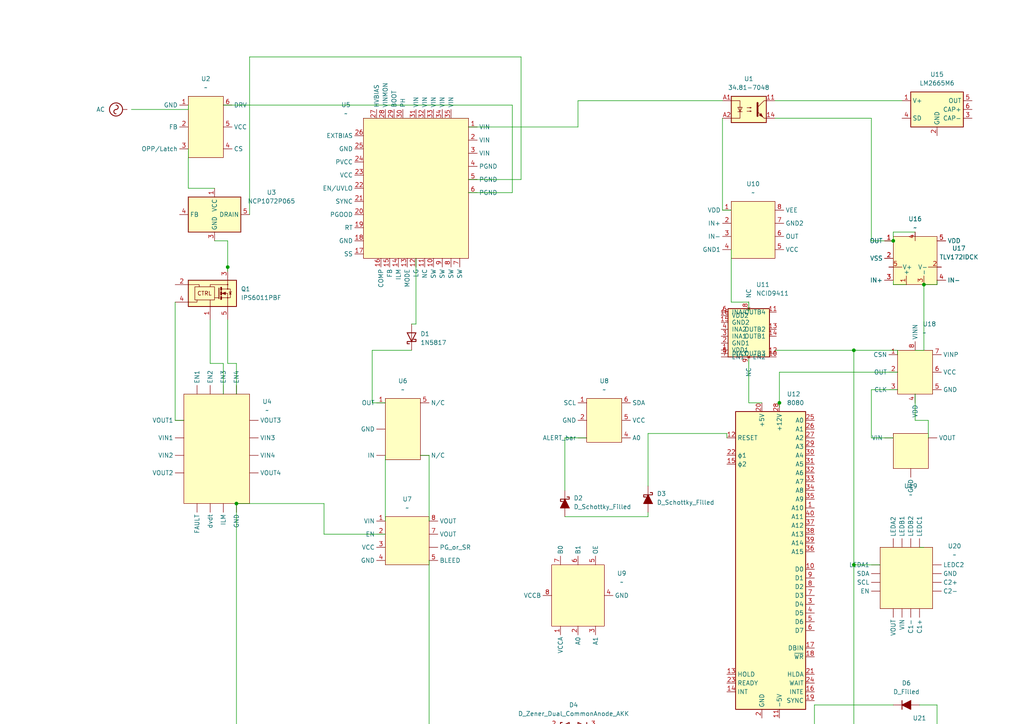
<source format=kicad_sch>
(kicad_sch (version 20250114) (generator "eeschema") (generator_version "9.0")
  (paper "A4")
  (lib_symbols
    (symbol "Amplifier_Operational:TLV172IDCK" (pin_names (offset 0.127))
      (property "Reference" "U" (at 7.62 2.54 0))
      (property "Value" "TLV172IDCK" (at 11.43 -2.54 0))
      (symbol "TLV172IDCK_1_1"
        (pin input line (at -5.08 2.54 0) (length 2.54) (name "+") (number "1"))
        (pin input line (at -5.08 -2.54 0) (length 2.54) (name "-") (number "3"))
        (pin power_in line (at 0 7.62 270) (length 3.81) (name "V+") (number "5"))
        (pin power_in line (at 0 -7.62 90) (length 3.81) (name "V-") (number "2"))
        (pin output line (at 10.16 0 180) (length 2.54) (name "~") (number "4"))
      )
    )
    (symbol "Cobot_components:CAT3626"
      (property "Reference" "U" (at 0 0 0))
      (symbol "CAT3626_1_1"
        (pin input line (at -7.62 -15.24 180) (length 2.54) (name "LEDA1") (number ""))
        (pin input line (at -7.62 -17.78 180) (length 2.54) (name "SDA") (number ""))
        (pin input line (at -7.62 -20.32 180) (length 2.54) (name "SCL") (number ""))
        (pin input line (at -7.62 -22.86 180) (length 2.54) (name "EN") (number ""))
        (pin input line (at -3.81 -10.16 90) (length 2.54) (name "LEDA2") (number ""))
        (pin input line (at -3.81 -27.94 270) (length 2.54) (name "VOUT") (number ""))
        (pin input line (at -1.27 -10.16 90) (length 2.54) (name "LEDB1") (number ""))
        (pin input line (at -1.27 -27.94 270) (length 2.54) (name "VIN") (number ""))
        (pin input line (at 1.27 -10.16 90) (length 2.54) (name "LEDB2") (number ""))
        (pin input line (at 1.27 -27.94 270) (length 2.54) (name "C1-") (number ""))
        (pin input line (at 3.81 -10.16 90) (length 2.54) (name "LEDC1") (number ""))
        (pin input line (at 3.81 -27.94 270) (length 2.54) (name "C1+") (number ""))
        (pin input line (at 7.62 -15.24 0) (length 2.54) (name "LEDC2") (number ""))
        (pin input line (at 7.62 -17.78 0) (length 2.54) (name "GND") (number ""))
        (pin input line (at 7.62 -20.32 0) (length 2.54) (name "C2+") (number ""))
        (pin input line (at 7.62 -22.86 0) (length 2.54) (name "C2-") (number ""))
      )
    )
    (symbol "Cobot_components:NCP51752"
      (property "Reference" "U" (at 0 0 0))
      (symbol "NCP51752_1_1"
        (pin input line (at -6.35 -6.35 180) (length 2.54) (name "VDD") (number "1"))
        (pin input line (at -6.35 -10.16 180) (length 2.54) (name "IN+") (number "2"))
        (pin input line (at -6.35 -13.97 180) (length 2.54) (name "IN-") (number "3"))
        (pin input line (at -6.35 -17.78 180) (length 2.54) (name "GND1") (number "4"))
        (pin input line (at 6.35 -6.35 0) (length 2.54) (name "VEE") (number "8"))
        (pin input line (at 6.35 -10.16 0) (length 2.54) (name "GND2") (number "7"))
        (pin input line (at 6.35 -13.97 0) (length 2.54) (name "OUT") (number "6"))
        (pin input line (at 6.35 -17.78 0) (length 2.54) (name "VCC") (number "5"))
      )
    )
    (symbol "Cobot_components:NIS3071"
      (property "Reference" "U" (at 0 0 0))
      (symbol "NIS3071_1_1"
        (pin input line (at -10.16 -25.4 180) (length 2.54) (name "VOUT1") (number ""))
        (pin input line (at -10.16 -30.48 180) (length 2.54) (name "VIN1") (number ""))
        (pin input line (at -10.16 -35.56 180) (length 2.54) (name "VIN2") (number ""))
        (pin input line (at -10.16 -40.64 180) (length 2.54) (name "VOUT2") (number ""))
        (pin input line (at -6.35 -17.78 90) (length 2.54) (name "EN1") (number ""))
        (pin input line (at -6.35 -49.53 270) (length 2.54) (name "FAULT") (number ""))
        (pin input line (at -2.54 -17.78 90) (length 2.54) (name "EN2") (number ""))
        (pin input line (at -2.54 -49.53 270) (length 2.54) (name "dvdt") (number ""))
        (pin input line (at 1.27 -17.78 90) (length 2.54) (name "EN3") (number ""))
        (pin input line (at 1.27 -49.53 270) (length 2.54) (name "ILM") (number ""))
        (pin input line (at 5.08 -17.78 90) (length 2.54) (name "EN4") (number ""))
        (pin input line (at 5.08 -49.53 270) (length 2.54) (name "GND") (number ""))
        (pin input line (at 8.89 -25.4 0) (length 2.54) (name "VOUT3") (number ""))
        (pin input line (at 8.89 -30.48 0) (length 2.54) (name "VIN3") (number ""))
        (pin input line (at 8.89 -35.56 0) (length 2.54) (name "VIN4") (number ""))
        (pin input line (at 8.89 -40.64 0) (length 2.54) (name "VOUT4") (number ""))
      )
    )
    (symbol "Device:C" (pin_numbers (hide yes)) (pin_names (offset 0.254))
      (property "Reference" "C" (at 0.635 2.54 0))
      (property "Value" "C" (at 0.635 -2.54 0))
      (symbol "C_1_1"
        (pin passive line (at 0 3.81 270) (length 2.794) (name "~") (number "1"))
        (pin passive line (at 0 -3.81 90) (length 2.794) (name "~") (number "2"))
      )
    )
    (symbol "Device:D_Filled" (pin_numbers (hide yes)) (pin_names (offset 1.016) (hide yes))
      (property "Reference" "D" (at 0 2.54 0))
      (property "Value" "D_Filled" (at 0 -2.54 0))
      (symbol "D_Filled_1_1"
        (pin passive line (at -3.81 0 0) (length 2.54) (name "K") (number "1"))
        (pin passive line (at 3.81 0 180) (length 2.54) (name "A") (number "2"))
      )
    )
    (symbol "Device:D_Schottky_Filled" (pin_numbers (hide yes)) (pin_names (offset 1.016) (hide yes))
      (property "Reference" "D" (at 0 2.54 0))
      (property "Value" "D_Schottky_Filled" (at 0 -2.54 0))
      (symbol "D_Schottky_Filled_1_1"
        (pin passive line (at -3.81 0 0) (length 2.54) (name "K") (number "1"))
        (pin passive line (at 3.81 0 180) (length 2.54) (name "A") (number "2"))
      )
    )
    (symbol "Device:D_Zener_Dual_CommonAnode_AKK" (pin_names (offset 0.762) (hide yes))
      (property "Reference" "D" (at 1.27 -2.54 0))
      (property "Value" "D_Zener_Dual_CommonAnode_AKK" (at 0 2.54 0))
      (symbol "D_Zener_Dual_CommonAnode_AKK_0_1"
        (pin passive line (at -7.62 0 0) (length 3.81) (name "K") (number "2"))
        (pin passive line (at 0 -5.08 90) (length 2.54) (name "A") (number "1"))
        (pin passive line (at 7.62 0 180) (length 3.81) (name "K") (number "3"))
      )
    )
    (symbol "Device:R_US" (pin_numbers (hide yes)) (pin_names (offset 0))
      (property "Reference" "R" (at 2.54 0 90))
      (property "Value" "R_US" (at -2.54 0 90))
      (symbol "R_US_1_1"
        (pin passive line (at 0 3.81 270) (length 1.27) (name "~") (number "1"))
        (pin passive line (at 0 -3.81 90) (length 1.27) (name "~") (number "2"))
      )
    )
    (symbol "Diode:1N5817" (pin_numbers (hide yes)) (pin_names (offset 1.016) (hide yes))
      (property "Reference" "D" (at 0 2.54 0))
      (property "Value" "1N5817" (at 0 -2.54 0))
      (symbol "1N5817_1_1"
        (pin passive line (at -3.81 0 0) (length 2.54) (name "K") (number "1"))
        (pin passive line (at 3.81 0 180) (length 2.54) (name "A") (number "2"))
      )
    )
    (symbol "MCU_Intel:8080"
      (property "Reference" "U" (at -7.62 44.45 0))
      (property "Value" "8080" (at 7.62 44.45 0))
      (symbol "8080_1_1"
        (pin input line (at -12.7 35.56 0) (length 2.54) (name "RESET") (number "12"))
        (pin input line (at -12.7 30.48 0) (length 2.54) (name "ϕ1") (number "22"))
        (pin input line (at -12.7 27.94 0) (length 2.54) (name "ϕ2") (number "15"))
        (pin input line (at -12.7 -33.02 0) (length 2.54) (name "HOLD") (number "13"))
        (pin input line (at -12.7 -35.56 0) (length 2.54) (name "READY") (number "23"))
        (pin input line (at -12.7 -38.1 0) (length 2.54) (name "INT") (number "14"))
        (pin power_in line (at -2.54 45.72 270) (length 2.54) (name "+5V") (number "20"))
        (pin power_in line (at -2.54 -45.72 90) (length 2.54) (name "GND") (number "2"))
        (pin power_in line (at 2.54 45.72 270) (length 2.54) (name "+12V") (number "28"))
        (pin power_in line (at 2.54 -45.72 90) (length 2.54) (name "-5V") (number "11"))
        (pin output line (at 12.7 40.64 180) (length 2.54) (name "A0") (number "25"))
        (pin output line (at 12.7 38.1 180) (length 2.54) (name "A1") (number "26"))
        (pin output line (at 12.7 35.56 180) (length 2.54) (name "A2") (number "27"))
        (pin output line (at 12.7 33.02 180) (length 2.54) (name "A3") (number "29"))
        (pin output line (at 12.7 30.48 180) (length 2.54) (name "A4") (number "30"))
        (pin output line (at 12.7 27.94 180) (length 2.54) (name "A5") (number "31"))
        (pin output line (at 12.7 25.4 180) (length 2.54) (name "A6") (number "32"))
        (pin output line (at 12.7 22.86 180) (length 2.54) (name "A7") (number "33"))
        (pin output line (at 12.7 20.32 180) (length 2.54) (name "A8") (number "34"))
        (pin output line (at 12.7 17.78 180) (length 2.54) (name "A9") (number "35"))
        (pin output line (at 12.7 15.24 180) (length 2.54) (name "A10") (number "1"))
        (pin output line (at 12.7 12.7 180) (length 2.54) (name "A11") (number "40"))
        (pin output line (at 12.7 10.16 180) (length 2.54) (name "A12") (number "37"))
        (pin output line (at 12.7 7.62 180) (length 2.54) (name "A13") (number "38"))
        (pin output line (at 12.7 5.08 180) (length 2.54) (name "A14") (number "39"))
        (pin output line (at 12.7 2.54 180) (length 2.54) (name "A15") (number "36"))
        (pin bidirectional line (at 12.7 -2.54 180) (length 2.54) (name "D0") (number "10"))
        (pin bidirectional line (at 12.7 -5.08 180) (length 2.54) (name "D1") (number "9"))
        (pin bidirectional line (at 12.7 -7.62 180) (length 2.54) (name "D2") (number "8"))
        (pin bidirectional line (at 12.7 -10.16 180) (length 2.54) (name "D3") (number "7"))
        (pin bidirectional line (at 12.7 -12.7 180) (length 2.54) (name "D4") (number "3"))
        (pin bidirectional line (at 12.7 -15.24 180) (length 2.54) (name "D5") (number "4"))
        (pin bidirectional line (at 12.7 -17.78 180) (length 2.54) (name "D6") (number "5"))
        (pin bidirectional line (at 12.7 -20.32 180) (length 2.54) (name "D7") (number "6"))
        (pin output line (at 12.7 -25.4 180) (length 2.54) (name "DBIN") (number "17"))
        (pin output line (at 12.7 -27.94 180) (length 2.54) (name "~{WR}") (number "18"))
        (pin output line (at 12.7 -33.02 180) (length 2.54) (name "HLDA") (number "21"))
        (pin output line (at 12.7 -35.56 180) (length 2.54) (name "WAIT") (number "24"))
        (pin output line (at 12.7 -38.1 180) (length 2.54) (name "INTE") (number "16"))
        (pin output line (at 12.7 -40.64 180) (length 2.54) (name "SYNC") (number "19"))
      )
    )
    (symbol "Power_Management:IPS6011PBF" (pin_names (offset 0) (hide yes))
      (property "Reference" "Q" (at 8.255 2.54 0))
      (property "Value" "IPS6011PBF" (at 8.255 0 0))
      (symbol "IPS6011PBF_0_0"
        (text "CTRL" (at -1.651 0 0) (effects (font (size 1.143 1.143))))
      )
      (symbol "IPS6011PBF_1_1"
        (pin input line (at -10.16 2.54 0) (length 3.81) (name "IN") (number "2"))
        (pin bidirectional line (at -10.16 -2.54 0) (length 3.81) (name "DG") (number "4"))
        (pin power_in line (at 0 -7.62 90) (length 3.81) (name "GND") (number "1"))
        (pin power_in line (at 5.08 7.62 270) (length 3.81) (name "VCC") (number "3"))
        (pin output line (at 5.08 -7.62 90) (length 3.81) (name "OUT") (number "5"))
      )
    )
    (symbol "Regulator_SwitchedCapacitor:LM2665M6"
      (property "Reference" "U" (at -6.35 6.35 0))
      (property "Value" "LM2665M6" (at 1.27 6.35 0))
      (symbol "LM2665M6_1_1"
        (pin passive line (at -10.16 2.54 0) (length 2.54) (name "V+") (number "1"))
        (pin input line (at -10.16 -2.54 0) (length 2.54) (name "SD") (number "4"))
        (pin power_in line (at 0 -7.62 90) (length 2.54) (name "GND") (number "2"))
        (pin passive line (at 10.16 2.54 180) (length 2.54) (name "OUT") (number "5"))
        (pin passive line (at 10.16 0 180) (length 2.54) (name "CAP+") (number "6"))
        (pin passive line (at 10.16 -2.54 180) (length 2.54) (name "CAP-") (number "3"))
      )
    )
    (symbol "Regulator_Switching:NCP1072P065"
      (property "Reference" "U" (at -7.62 6.35 0))
      (property "Value" "NCP1072P065" (at 1.27 6.35 0))
      (symbol "NCP1072P065_1_1"
        (pin input line (at -10.16 0 0) (length 2.54) (name "FB") (number "4"))
        (pin no_connect line (at -7.62 2.54 0) (length 2.54) (hide yes) (name "NC") (number "2"))
        (pin power_in line (at 0 7.62 270) (length 2.54) (name "VCC") (number "1"))
        (pin power_in line (at 0 -7.62 90) (length 2.54) (name "GND") (number "3"))
        (pin passive line (at 0 -7.62 90) (length 2.54) (hide yes) (name "GND") (number "7"))
        (pin passive line (at 0 -7.62 90) (length 2.54) (hide yes) (name "GND") (number "8"))
        (pin open_collector line (at 10.16 0 180) (length 2.54) (name "DRAIN") (number "5"))
      )
    )
    (symbol "Relay_SolidState:34.81-7048"
      (property "Reference" "U" (at -5.08 5.08 0))
      (property "Value" "34.81-7048" (at 0 5.08 0))
      (symbol "34.81-7048_1_1"
        (pin passive line (at -7.62 2.54 0) (length 2.54) (name "~") (number "A1"))
        (pin passive line (at -7.62 -2.54 0) (length 2.54) (name "~") (number "A2"))
        (pin passive line (at 7.62 2.54 180) (length 2.54) (name "~") (number "11"))
        (pin passive line (at 7.62 -2.54 180) (length 2.54) (name "~") (number "14"))
      )
    )
    (symbol "icepowertrain_components:NCV-RSL15"
      (property "Reference" "U" (at 0 0 0))
      (symbol "NCV-RSL15_1_1"
        (pin input line (at -24.13 -11.43 180) (length 2.54) (name "XTAL32K_IN") (number "1"))
        (pin input line (at -24.13 -15.24 180) (length 2.54) (name "XTAL32K_OUT") (number "2"))
        (pin input line (at -24.13 -19.05 180) (length 2.54) (name "NRESET") (number "3"))
        (pin input line (at -24.13 -22.86 180) (length 2.54) (name "VPP") (number "4"))
        (pin input line (at -24.13 -26.67 180) (length 2.54) (name "VSSD") (number "5"))
        (pin input line (at -24.13 -30.48 180) (length 2.54) (name "RES") (number "6"))
        (pin input line (at -24.13 -34.29 180) (length 2.54) (name "GPIO[0]") (number "7"))
        (pin input line (at -24.13 -38.1 180) (length 2.54) (name "GPIO[1]") (number "8"))
        (pin input line (at -24.13 -41.91 180) (length 2.54) (name "GPIO[9]") (number "9"))
        (pin input line (at -24.13 -45.72 180) (length 2.54) (name "GPIO[10]") (number "10"))
        (pin input line (at -19.05 -50.8 270) (length 2.54) (name "GPIO[2]") (number "11"))
        (pin input line (at -17.78 -6.35 90) (length 2.54) (name "VSSA") (number "40"))
        (pin input line (at -15.24 -50.8 270) (length 2.54) (name "GPIO[3]") (number "12"))
        (pin input line (at -13.97 -6.35 90) (length 2.54) (name "VBAT") (number "39"))
        (pin input line (at -11.43 -50.8 270) (length 2.54) (name "GPIO[4]") (number "13"))
        (pin input line (at -10.16 -6.35 90) (length 2.54) (name "VDC") (number "38"))
        (pin input line (at -7.62 -50.8 270) (length 2.54) (name "GPIO[11]") (number "14"))
        (pin input line (at -6.35 -6.35 90) (length 2.54) (name "VCC") (number "37"))
        (pin input line (at -3.81 -50.8 270) (length 2.54) (name "GPIO[15]") (number "15"))
        (pin input line (at -2.54 -6.35 90) (length 2.54) (name "VDDA") (number "36"))
        (pin input line (at 1.27 -6.35 90) (length 2.54) (name "CAP0") (number "35"))
        (pin input line (at 1.27 -50.8 270) (length 2.54) (name "GPIO[12]") (number "16"))
        (pin input line (at 5.08 -6.35 90) (length 2.54) (name "CAP1") (number "34"))
        (pin input line (at 6.35 -50.8 270) (length 2.54) (name "GPIO[16]") (number "17"))
        (pin input line (at 8.89 -6.35 90) (length 2.54) (name "VDDFLASH") (number "33"))
        (pin input line (at 11.43 -50.8 270) (length 2.54) (name "GPIO[13]") (number "18"))
        (pin input line (at 12.7 -6.35 90) (length 2.54) (name "VSSPA") (number "32"))
        (pin input line (at 15.24 -50.8 270) (length 2.54) (name "GPIO[7]") (number "19"))
        (pin input line (at 16.51 -6.35 90) (length 2.54) (name "RF") (number "31"))
        (pin input line (at 19.05 -50.8 270) (length 2.54) (name "GPIO[8]") (number "20"))
        (pin input line (at 24.13 -11.43 0) (length 2.54) (name "VSSRF") (number "30"))
        (pin input line (at 24.13 -15.24 0) (length 2.54) (name "VDDRF") (number "29"))
        (pin input line (at 24.13 -19.05 0) (length 2.54) (name "XTAL48M_OUT") (number "28"))
        (pin input line (at 24.13 -22.86 0) (length 2.54) (name "VSUB") (number "27"))
        (pin input line (at 24.13 -26.67 0) (length 2.54) (name "XTAL48M_IN") (number "26"))
        (pin input line (at 24.13 -30.48 0) (length 2.54) (name "SHLD") (number "25"))
        (pin input line (at 24.13 -34.29 0) (length 2.54) (name "SWCLK") (number "24"))
        (pin input line (at 24.13 -38.1 0) (length 2.54) (name "SWDIO") (number "23"))
        (pin input line (at 24.13 -41.91 0) (length 2.54) (name "VDDO") (number "22"))
        (pin input line (at 24.13 -45.72 0) (length 2.54) (name "GPIO[14]") (number "21"))
      )
    )
    (symbol "led_lighting_components:ESDONCAN1LT" (pin_names (offset 1.016))
      (property "Reference" "D" (at 0 0 0))
      (property "Value" "ESDONCAN1LT" (at 0 -3 0))
      (symbol "ESDONCAN1LT_0_1"
        (pin passive line (at -4 0 0) (length 1.5) (name "K1") (number "1"))
        (pin passive line (at 0 -4 90) (length 1.5) (name "K3") (number "3"))
        (pin passive line (at 4 0 180) (length 1.5) (name "K2") (number "2"))
      )
    )
    (symbol "led_lighting_components:NCID9411" (pin_names (offset 1.016))
      (property "Reference" "U" (at 0 0 0))
      (property "Value" "NCID9411" (at 0 -5 0))
      (symbol "NCID9411_0_1"
        (pin input line (at -8 6 0) (length 2) (name "INA4") (number "6"))
        (pin power_in line (at -8 5 0) (length 2) (name "VDD2") (number "16"))
        (pin power_in line (at -8 3 0) (length 2) (name "GND2") (number "15"))
        (pin input line (at -8 1 0) (length 2) (name "INA2") (number "4"))
        (pin input line (at -8 -1 0) (length 2) (name "INA1") (number "3"))
        (pin power_in line (at -8 -3 0) (length 2) (name "GND1") (number "2"))
        (pin power_in line (at -8 -5 0) (length 2) (name "VDD1") (number "1"))
        (pin input line (at -8 -6 0) (length 2) (name "INA3") (number "5"))
        (pin input line (at -8 -7 0) (length 2) (name "EN1") (number "7"))
        (pin no_connect line (at 0 7 90) (length 2) (name "NC") (number "8"))
        (pin no_connect line (at 0 -7 270) (length 2) (name "NC") (number "9"))
        (pin output line (at 8 6 180) (length 2) (name "OUTB4") (number "11"))
        (pin output line (at 8 1 180) (length 2) (name "OUTB2") (number "13"))
        (pin output line (at 8 -1 180) (length 2) (name "OUTB1") (number "14"))
        (pin output line (at 8 -6 180) (length 2) (name "OUTB3") (number "12"))
        (pin input line (at 8 -7 180) (length 2) (name "EN2") (number "10"))
      )
    )
    (symbol "power:AC" (power) (pin_numbers (hide yes)) (pin_names (offset 0) (hide yes))
      (property "Value" "AC" (at 0 6.35 0))
      (symbol "AC_1_1"
        (pin power_in line (at 0 0 90) (length 0) (name "~") (number "1"))
      )
    )
    (symbol "power:GND" (power) (pin_numbers (hide yes)) (pin_names (offset 0) (hide yes))
      (property "Value" "GND" (at 0 -3.81 0))
      (symbol "GND_1_1"
        (pin power_in line (at 0 0 270) (length 0) (name "~") (number "1"))
      )
    )
    (symbol "sscb_components:CAT24C512"
      (property "Reference" "U" (at 0 0 0))
      (symbol "CAT24C512_1_1"
        (pin input line (at -5.08 -3.81 180) (length 2.54) (name "A0") (number ""))
        (pin input line (at -5.08 -6.35 180) (length 2.54) (name "A1") (number ""))
        (pin input line (at -5.08 -8.89 180) (length 2.54) (name "A2") (number ""))
        (pin input line (at -5.08 -11.43 180) (length 2.54) (name "VSS") (number ""))
        (pin input line (at 5.08 -3.81 0) (length 2.54) (name "VCC") (number ""))
        (pin input line (at 5.08 -6.35 0) (length 2.54) (name "WP") (number ""))
        (pin input line (at 5.08 -8.89 0) (length 2.54) (name "SCL") (number ""))
        (pin input line (at 5.08 -11.43 0) (length 2.54) (name "SDA") (number ""))
      )
    )
    (symbol "sscb_components:CAT5171"
      (property "Reference" "U" (at 0 0 0))
      (symbol "CAT5171_1_1"
        (pin input line (at -5.08 -5.08 180) (length 2.54) (name "W") (number "1"))
        (pin input line (at -5.08 -8.89 180) (length 2.54) (name "VDD") (number ""))
        (pin input line (at -5.08 -12.7 180) (length 2.54) (name "GND") (number ""))
        (pin input line (at -5.08 -16.51 180) (length 2.54) (name "SCL") (number ""))
        (pin input line (at 5.08 -5.08 0) (length 2.54) (name "A") (number ""))
        (pin input line (at 5.08 -8.89 0) (length 2.54) (name "B") (number ""))
        (pin input line (at 5.08 -12.7 0) (length 2.54) (name "AD0") (number ""))
        (pin input line (at 5.08 -16.51 0) (length 2.54) (name "SDA") (number ""))
      )
    )
    (symbol "sscb_components:CAT9555"
      (property "Reference" "U" (at 0 0 0))
      (symbol "CAT9555_1_1"
        (pin input line (at -5.08 -3.81 180) (length 2.54) (name "INT_bar") (number "1"))
        (pin input line (at -5.08 -6.35 180) (length 2.54) (name "A1") (number ""))
        (pin input line (at -5.08 -8.89 180) (length 2.54) (name "A2") (number ""))
        (pin input line (at -5.08 -11.43 180) (length 2.54) (name "I/O0.0") (number ""))
        (pin input line (at -5.08 -13.97 180) (length 2.54) (name "I/O0.1") (number ""))
        (pin input line (at -5.08 -16.51 180) (length 2.54) (name "I/O0.2") (number ""))
        (pin input line (at -5.08 -19.05 180) (length 2.54) (name "I/O0.3") (number ""))
        (pin input line (at -5.08 -21.59 180) (length 2.54) (name "I/O0.4") (number ""))
        (pin input line (at -5.08 -24.13 180) (length 2.54) (name "I/O0.5") (number ""))
        (pin input line (at -5.08 -26.67 180) (length 2.54) (name "I/O0.6") (number ""))
        (pin input line (at -5.08 -29.21 180) (length 2.54) (name "I/O0.7") (number ""))
        (pin input line (at -5.08 -31.75 180) (length 2.54) (name "VSS") (number ""))
        (pin input line (at 5.08 -3.81 0) (length 2.54) (name "VCC") (number ""))
        (pin input line (at 5.08 -6.35 0) (length 2.54) (name "SDA") (number ""))
        (pin input line (at 5.08 -8.89 0) (length 2.54) (name "SCL") (number ""))
        (pin input line (at 5.08 -11.43 0) (length 2.54) (name "A0") (number ""))
        (pin input line (at 5.08 -13.97 0) (length 2.54) (name "I/O1.7") (number ""))
        (pin input line (at 5.08 -16.51 0) (length 2.54) (name "I/O1.6") (number ""))
        (pin input line (at 5.08 -19.05 0) (length 2.54) (name "I/O1.5") (number ""))
        (pin input line (at 5.08 -21.59 0) (length 2.54) (name "I/O1.4") (number ""))
        (pin input line (at 5.08 -24.13 0) (length 2.54) (name "I/O1.3") (number ""))
        (pin input line (at 5.08 -26.67 0) (length 2.54) (name "I/O1.2") (number ""))
        (pin input line (at 5.08 -29.21 0) (length 2.54) (name "I/O1.1") (number ""))
        (pin input line (at 5.08 -31.75 0) (length 2.54) (name "I/O1.0") (number ""))
      )
    )
    (symbol "sscb_components:FAN65008B"
      (property "Reference" "U" (at 0 0 0))
      (symbol "FAN65008B_1_1"
        (pin input line (at -15.24 -15.24 180) (length 2.54) (name "EXTBIAS") (number "26"))
        (pin input line (at -15.24 -19.05 180) (length 2.54) (name "GND") (number "25"))
        (pin input line (at -15.24 -22.86 180) (length 2.54) (name "PVCC") (number "24"))
        (pin input line (at -15.24 -26.67 180) (length 2.54) (name "VCC") (number "23"))
        (pin input line (at -15.24 -30.48 180) (length 2.54) (name "EN/UVLO") (number "22"))
        (pin input line (at -15.24 -34.29 180) (length 2.54) (name "SYNC") (number "21"))
        (pin input line (at -15.24 -38.1 180) (length 2.54) (name "PGOOD") (number "20"))
        (pin input line (at -15.24 -41.91 180) (length 2.54) (name "RT") (number "19"))
        (pin input line (at -15.24 -45.72 180) (length 2.54) (name "GND") (number "18"))
        (pin input line (at -15.24 -49.53 180) (length 2.54) (name "SS") (number "17"))
        (pin input line (at -11.43 -10.16 90) (length 2.54) (name "HVBIAS") (number "27"))
        (pin input line (at -10.16 -50.8 270) (length 2.54) (name "COMP") (number "16"))
        (pin input line (at -8.89 -10.16 90) (length 2.54) (name "VINMON") (number "28"))
        (pin input line (at -7.62 -50.8 270) (length 2.54) (name "FB") (number "15"))
        (pin input line (at -6.35 -10.16 90) (length 2.54) (name "BOOT") (number "29"))
        (pin input line (at -5.08 -50.8 270) (length 2.54) (name "ILM") (number "14"))
        (pin input line (at -3.81 -10.16 90) (length 2.54) (name "PH") (number "30"))
        (pin input line (at -2.54 -50.8 270) (length 2.54) (name "MODE") (number "13"))
        (pin input line (at 0 -10.16 90) (length 2.54) (name "VIN") (number "31"))
        (pin input line (at 0 -50.8 270) (length 2.54) (name "LG") (number "12"))
        (pin input line (at 2.54 -10.16 90) (length 2.54) (name "VIN") (number "32"))
        (pin input line (at 2.54 -50.8 270) (length 2.54) (name "NC") (number "11"))
        (pin input line (at 5.08 -10.16 90) (length 2.54) (name "VIN") (number "33"))
        (pin input line (at 5.08 -50.8 270) (length 2.54) (name "SW") (number "10"))
        (pin input line (at 7.62 -10.16 90) (length 2.54) (name "VIN") (number "34"))
        (pin input line (at 7.62 -50.8 270) (length 2.54) (name "SW") (number "9"))
        (pin input line (at 10.16 -10.16 90) (length 2.54) (name "VIN") (number "35"))
        (pin input line (at 10.16 -50.8 270) (length 2.54) (name "SW") (number "8"))
        (pin input line (at 12.7 -50.8 270) (length 2.54) (name "SW") (number "7"))
        (pin input line (at 15.24 -12.7 0) (length 2.54) (name "VIN") (number "1"))
        (pin input line (at 15.24 -16.51 0) (length 2.54) (name "VIN") (number "2"))
        (pin input line (at 15.24 -20.32 0) (length 2.54) (name "VIN") (number "3"))
        (pin input line (at 15.24 -24.13 0) (length 2.54) (name "PGND") (number "4"))
        (pin input line (at 15.24 -27.94 0) (length 2.54) (name "PGND") (number "5"))
        (pin input line (at 15.24 -31.75 0) (length 2.54) (name "PGND") (number "6"))
      )
    )
    (symbol "sscb_components:FXMA2102"
      (property "Reference" "U" (at 0 0 0))
      (symbol "FXMA2102_1_1"
        (pin input line (at -7.62 -16.51 180) (length 2.54) (name "VCCB") (number "8"))
        (pin input line (at -5.08 -7.62 90) (length 2.54) (name "B0") (number "7"))
        (pin input line (at -5.08 -25.4 270) (length 2.54) (name "VCCA") (number "1"))
        (pin input line (at 0 -7.62 90) (length 2.54) (name "B1") (number "6"))
        (pin input line (at 0 -25.4 270) (length 2.54) (name "A0") (number "2"))
        (pin input line (at 5.08 -7.62 90) (length 2.54) (name "OE") (number "5"))
        (pin input line (at 5.08 -25.4 270) (length 2.54) (name "A1") (number "3"))
        (pin input line (at 7.62 -16.51 0) (length 2.54) (name "GND") (number "4"))
      )
    )
    (symbol "sscb_components:N34TS108"
      (property "Reference" "U" (at 0 0 0))
      (symbol "N34TS108_1_1"
        (pin input line (at -5.08 -3.81 180) (length 2.54) (name "SCL") (number "1"))
        (pin input line (at -5.08 -8.89 180) (length 2.54) (name "GND") (number "2"))
        (pin input line (at -5.08 -13.97 180) (length 2.54) (name "ALERT_bar") (number ""))
        (pin input line (at 5.08 -3.81 0) (length 2.54) (name "SDA") (number "6"))
        (pin input line (at 5.08 -8.89 0) (length 2.54) (name "VCC") (number "5"))
        (pin input line (at 5.08 -13.97 0) (length 2.54) (name "A0") (number "4"))
      )
    )
    (symbol "sscb_components:NC7SZ57"
      (property "Reference" "U" (at 0 0 0))
      (symbol "NC7SZ57_1_1"
        (pin input line (at -5.08 -3.81 180) (length 2.54) (name "l1") (number "1"))
        (pin input line (at -5.08 -10.16 180) (length 2.54) (name "GND") (number "2"))
        (pin input line (at -5.08 -16.51 180) (length 2.54) (name "l0") (number "3"))
        (pin input line (at 5.08 -3.81 0) (length 2.54) (name "l2") (number "6"))
        (pin input line (at 5.08 -10.16 0) (length 2.54) (name "VCC") (number "5"))
        (pin input line (at 5.08 -16.51 0) (length 2.54) (name "Y") (number "4"))
      )
    )
    (symbol "sscb_components:NCD98010"
      (property "Reference" "U" (at 0 0 0))
      (symbol "NCD98010_1_1"
        (pin input line (at -5.08 -11.43 180) (length 2.54) (name "CSN") (number "1"))
        (pin input line (at -5.08 -16.51 180) (length 2.54) (name "OUT") (number "2"))
        (pin input line (at -5.08 -21.59 180) (length 2.54) (name "CLK") (number "3"))
        (pin input line (at 0 -10.16 90) (length 2.54) (name "VINN") (number "8"))
        (pin input line (at 0 -22.86 270) (length 2.54) (name "VDD") (number "4"))
        (pin input line (at 5.08 -11.43 0) (length 2.54) (name "VINP") (number "7"))
        (pin input line (at 5.08 -16.51 0) (length 2.54) (name "VCC") (number "6"))
        (pin input line (at 5.08 -21.59 0) (length 2.54) (name "GND") (number "5"))
      )
    )
    (symbol "sscb_components:NCN26000"
      (property "Reference" "U" (at 0 0 0))
      (symbol "NCN26000_1_1"
        (pin input line (at -11.43 -13.97 180) (length 2.54) (name "GND") (number "1"))
        (pin input line (at -11.43 -16.51 180) (length 2.54) (name "NC") (number "2"))
        (pin input line (at -11.43 -19.05 180) (length 2.54) (name "XO") (number "3"))
        (pin input line (at -11.43 -21.59 180) (length 2.54) (name "XI") (number "4"))
        (pin input line (at -11.43 -24.13 180) (length 2.54) (name "VDD") (number "5"))
        (pin input line (at -11.43 -26.67 180) (length 2.54) (name "LINEP") (number "6"))
        (pin input line (at -11.43 -29.21 180) (length 2.54) (name "LINEN") (number "7"))
        (pin input line (at -11.43 -31.75 180) (length 2.54) (name "VDRVN") (number "8"))
        (pin input line (at -8.89 -8.89 90) (length 2.54) (name "DVDD") (number "32"))
        (pin input line (at -8.89 -34.29 270) (length 2.54) (name "DIO1") (number "9"))
        (pin input line (at -6.35 -8.89 90) (length 2.54) (name "RXD3") (number "31"))
        (pin input line (at -6.35 -34.29 270) (length 2.54) (name "DIO0") (number "10"))
        (pin input line (at -3.81 -8.89 90) (length 2.54) (name "RXD2") (number "30"))
        (pin input line (at -3.81 -34.29 270) (length 2.54) (name "MDINT") (number "11"))
        (pin input line (at -1.27 -8.89 90) (length 2.54) (name "RXD1") (number "29"))
        (pin input line (at -1.27 -34.29 270) (length 2.54) (name "RSTn") (number "12"))
        (pin input line (at 1.27 -8.89 90) (length 2.54) (name "RXD0") (number "28"))
        (pin input line (at 1.27 -34.29 270) (length 2.54) (name "MDCK") (number "13"))
        (pin input line (at 3.81 -8.89 90) (length 2.54) (name "RXDV") (number "27"))
        (pin input line (at 3.81 -34.29 270) (length 2.54) (name "MDIO") (number "14"))
        (pin input line (at 6.35 -8.89 90) (length 2.54) (name "RXER") (number "26"))
        (pin input line (at 6.35 -34.29 270) (length 2.54) (name "TXCK") (number "15"))
        (pin input line (at 8.89 -8.89 90) (length 2.54) (name "COL") (number "25"))
        (pin input line (at 8.89 -34.29 270) (length 2.54) (name "TXEN") (number "16"))
        (pin input line (at 11.43 -13.97 0) (length 2.54) (name "CRS") (number "24"))
        (pin input line (at 11.43 -16.51 0) (length 2.54) (name "RXCK") (number "23"))
        (pin input line (at 11.43 -19.05 0) (length 2.54) (name "VDDIO") (number "22"))
        (pin input line (at 11.43 -21.59 0) (length 2.54) (name "TXD3") (number "21"))
        (pin input line (at 11.43 -24.13 0) (length 2.54) (name "TXD2") (number "20"))
        (pin input line (at 11.43 -26.67 0) (length 2.54) (name "TXD1") (number "19"))
        (pin input line (at 11.43 -29.21 0) (length 2.54) (name "TXD0") (number "18"))
        (pin input line (at 11.43 -31.75 0) (length 2.54) (name "TXER") (number "17"))
      )
    )
    (symbol "sscb_components:NCN5121"
      (property "Reference" "U" (at 0 0 0))
      (symbol "NCN5121_1_1"
        (pin input line (at -15.24 -17.78 180) (length 2.54) (name "VSSA") (number "1"))
        (pin input line (at -15.24 -20.32 180) (length 2.54) (name "VBUS2") (number "2"))
        (pin input line (at -15.24 -22.86 180) (length 2.54) (name "TXO") (number "3"))
        (pin input line (at -15.24 -25.4 180) (length 2.54) (name "CCP") (number "4"))
        (pin input line (at -15.24 -27.94 180) (length 2.54) (name "CAV") (number "5"))
        (pin input line (at -15.24 -30.48 180) (length 2.54) (name "VBUS1") (number "6"))
        (pin input line (at -15.24 -33.02 180) (length 2.54) (name "CEQ1") (number "7"))
        (pin input line (at -15.24 -35.56 180) (length 2.54) (name "CEQ2") (number "8"))
        (pin input line (at -15.24 -38.1 180) (length 2.54) (name "VFILT") (number "9"))
        (pin input line (at -15.24 -40.64 180) (length 2.54) (name "V20V") (number "10"))
        (pin input line (at -11.43 -11.43 90) (length 2.54) (name "VDDA") (number "40"))
        (pin input line (at -11.43 -45.72 270) (length 2.54) (name "VDD2MV") (number "11"))
        (pin input line (at -8.89 -11.43 90) (length 2.54) (name "ANAOUT") (number "39"))
        (pin input line (at -8.89 -45.72 270) (length 2.54) (name "VDD2MC") (number "12"))
        (pin input line (at -6.35 -11.43 90) (length 2.54) (name "FANIN") (number "38"))
        (pin input line (at -6.35 -45.72 270) (length 2.54) (name "VDD2") (number "13"))
        (pin input line (at -3.81 -11.43 90) (length 2.54) (name "RESETB") (number "37"))
        (pin input line (at -3.81 -45.72 270) (length 2.54) (name "VSS2") (number "14"))
        (pin input line (at -1.27 -11.43 90) (length 2.54) (name "SAVEB") (number "36"))
        (pin input line (at -1.27 -45.72 270) (length 2.54) (name "VSW2") (number "15"))
        (pin input line (at 1.27 -11.43 90) (length 2.54) (name "XTAL1") (number "35"))
        (pin input line (at 1.27 -45.72 270) (length 2.54) (name "VIN") (number "16"))
        (pin input line (at 3.81 -11.43 90) (length 2.54) (name "XTAL2") (number "34"))
        (pin input line (at 3.81 -45.72 270) (length 2.54) (name "VSW1") (number "17"))
        (pin input line (at 6.35 -11.43 90) (length 2.54) (name "XSEL") (number "33"))
        (pin input line (at 6.35 -45.72 270) (length 2.54) (name "VSS1") (number "18"))
        (pin input line (at 8.89 -11.43 90) (length 2.54) (name "XCLK") (number "32"))
        (pin input line (at 8.89 -45.72 270) (length 2.54) (name "VDD1") (number "19"))
        (pin input line (at 11.43 -11.43 90) (length 2.54) (name "VSSD") (number "31"))
        (pin input line (at 11.43 -45.72 270) (length 2.54) (name "VDD1M") (number "20"))
        (pin input line (at 15.24 -17.78 0) (length 2.54) (name "VDDD") (number "30"))
        (pin input line (at 15.24 -20.32 0) (length 2.54) (name "SCK/UC2") (number "29"))
        (pin input line (at 15.24 -22.86 0) (length 2.54) (name "SDO/TXD") (number "28"))
        (pin input line (at 15.24 -25.4 0) (length 2.54) (name "SDI/RXD") (number "27"))
        (pin input line (at 15.24 -27.94 0) (length 2.54) (name "CSB/UC1") (number "26"))
        (pin input line (at 15.24 -30.48 0) (length 2.54) (name "TREQ") (number "25"))
        (pin input line (at 15.24 -33.02 0) (length 2.54) (name "MODE2") (number "24"))
        (pin input line (at 15.24 -35.56 0) (length 2.54) (name "MODE1") (number "23"))
        (pin input line (at 15.24 -38.1 0) (length 2.54) (name "TRIG") (number "22"))
        (pin input line (at 15.24 -40.64 0) (length 2.54) (name "XCLKC") (number "21"))
      )
    )
    (symbol "sscb_components:NCP1250"
      (property "Reference" "U" (at 0 0 0))
      (symbol "NCP1250_1_1"
        (pin input line (at -5.08 -6.35 180) (length 2.54) (name "GND") (number "1"))
        (pin input line (at -5.08 -12.7 180) (length 2.54) (name "FB") (number "2"))
        (pin input line (at -5.08 -19.05 180) (length 2.54) (name "OPP/Latch") (number "3"))
        (pin input line (at 5.08 -6.35 0) (length 2.54) (name "DRV") (number "6"))
        (pin input line (at 5.08 -12.7 0) (length 2.54) (name "VCC") (number "5"))
        (pin input line (at 5.08 -19.05 0) (length 2.54) (name "CS") (number "4"))
      )
    )
    (symbol "sscb_components:NCP45520"
      (property "Reference" "U" (at 0 0 0))
      (symbol "NCP45520_1_1"
        (pin input line (at -6.35 -6.35 180) (length 2.54) (name "VIN") (number "1"))
        (pin input line (at -6.35 -10.16 180) (length 2.54) (name "EN") (number "2"))
        (pin input line (at -6.35 -13.97 180) (length 2.54) (name "VCC") (number "3"))
        (pin input line (at -6.35 -17.78 180) (length 2.54) (name "GND") (number "4"))
        (pin input line (at 6.35 -6.35 0) (length 2.54) (name "VOUT") (number "8"))
        (pin input line (at 6.35 -10.16 0) (length 2.54) (name "VOUT") (number "7"))
        (pin input line (at 6.35 -13.97 0) (length 2.54) (name "PG_or_SR") (number ""))
        (pin input line (at 6.35 -17.78 0) (length 2.54) (name "BLEED") (number "5"))
      )
    )
    (symbol "sscb_components:NCP51460"
      (property "Reference" "U" (at 0 0 0))
      (symbol "NCP51460_1_1"
        (pin input line (at -5.08 -3.81 180) (length 2.54) (name "VIN") (number ""))
        (pin input line (at 0 -12.7 270) (length 2.54) (name "GND") (number ""))
        (pin input line (at 5.08 -3.81 0) (length 2.54) (name "VOUT") (number ""))
      )
    )
    (symbol "sscb_components:NCP716B"
      (property "Reference" "U" (at 0 0 0))
      (symbol "NCP716B_1_1"
        (pin input line (at -5.08 -2.54 180) (length 2.54) (name "OUT") (number "1"))
        (pin input line (at -5.08 -10.16 180) (length 2.54) (name "GND") (number ""))
        (pin input line (at -5.08 -17.78 180) (length 2.54) (name "IN") (number ""))
        (pin input line (at 5.08 -2.54 0) (length 2.54) (name "N/C") (number "5"))
        (pin input line (at 5.08 -17.78 0) (length 2.54) (name "N/C") (number ""))
      )
    )
    (symbol "sscb_components:NCS2250"
      (property "Reference" "U" (at 0 0 0))
      (symbol "NCS2250_1_1"
        (pin input line (at -6.35 -3.81 180) (length 2.54) (name "OUT") (number "1"))
        (pin input line (at -6.35 -8.89 180) (length 2.54) (name "VSS") (number "2"))
        (pin input line (at -6.35 -15.24 180) (length 2.54) (name "IN+") (number "3"))
        (pin input line (at 6.35 -3.81 0) (length 2.54) (name "VDD") (number "5"))
        (pin input line (at 6.35 -15.24 0) (length 2.54) (name "IN-") (number "4"))
      )
    )
    (symbol "sscb_components:NCV7344"
      (property "Reference" "U" (at 0 0 0))
      (symbol "NCV7344_1_1"
        (pin input line (at -7.62 -5.08 180) (length 2.54) (name "TxD") (number ""))
        (pin input line (at -7.62 -8.89 180) (length 2.54) (name "GND") (number ""))
        (pin input line (at -7.62 -12.7 180) (length 2.54) (name "VCC") (number ""))
        (pin input line (at -7.62 -16.51 180) (length 2.54) (name "RxD") (number ""))
        (pin input line (at 7.62 -5.08 0) (length 2.54) (name "STB") (number ""))
        (pin input line (at 7.62 -8.89 0) (length 2.54) (name "CANH") (number ""))
        (pin input line (at 7.62 -12.7 0) (length 2.54) (name "CANL") (number ""))
        (pin input line (at 7.62 -16.51 0) (length 2.54) (name "NC(-0)_VIO(-3)") (number ""))
      )
    )
  )
  (junction (at 267.97 82.55))
  (junction (at 231.14 290.83))
  (junction (at 254 285.75))
  (junction (at 313.69 285.75))
  (junction (at 269.05 356.87))
  (junction (at 69.85 332.74))
  (junction (at 69.85 330.2))
  (junction (at 283.21 303.53))
  (junction (at 247.65 163.83))
  (junction (at 290.83 285.75))
  (junction (at 232.41 290.83))
  (junction (at 247.65 101.6))
  (junction (at 119.38 223.52))
  (junction (at 254 303.53))
  (junction (at 259.08 69.85))
  (junction (at 276.86 303.53))
  (junction (at 277.05 356.87))
  (junction (at 226.06 116.84))
  (junction (at 290.83 303.53))
  (junction (at 276.86 285.75))
  (junction (at 68.58 146.05))
  (junction (at 66.04 77.47))
  (wire (pts (xy 44.45 327.66) (xy 69.85 327.66)))
  (wire (pts (xy 254 303.53) (xy 276.86 303.53)))
  (wire (pts (xy 224.79 34.29) (xy 252.73 34.29)))
  (wire (pts (xy 243.84 274.32) (xy 257.81 274.32)))
  (wire (pts (xy 231.14 290.83) (xy 228.6 290.83)))
  (wire (pts (xy 325.12 274.32) (xy 267.97 274.32)))
  (wire (pts (xy 124.46 132.08) (xy 124.46 151.13)))
  (wire (pts (xy 267.97 82.55) (xy 271.78 82.55)))
  (wire (pts (xy 259.08 82.55) (xy 262.89 82.55)))
  (wire (pts (xy 271.78 204.47) (xy 271.78 215.9)))
  (wire (pts (xy 210.82 125.73) (xy 210.82 127)))
  (wire (pts (xy 85.09 322.58) (xy 115.57 322.58)))
  (wire (pts (xy 247.65 101.6) (xy 247.65 163.83)))
  (wire (pts (xy 293.37 360.68) (xy 293.37 314.96)))
  (wire (pts (xy 220.98 290.83) (xy 219.71 290.83)))
  (wire (pts (xy 54.61 31.75) (xy 54.61 30.48)))
  (wire (pts (xy 148.59 30.48) (xy 148.59 55.88)))
  (wire (pts (xy 226.06 116.84) (xy 226.06 118.11)))
  (wire (pts (xy 287.02 309.88) (xy 232.41 309.88)))
  (wire (pts (xy 44.45 325.12) (xy 69.85 325.12)))
  (wire (pts (xy 261.62 361.95) (xy 261.62 356.87)))
  (wire (pts (xy 62.23 69.85) (xy 66.04 69.85)))
  (wire (pts (xy 234.95 361.95) (xy 261.62 361.95)))
  (wire (pts (xy 276.86 290.83) (xy 276.86 285.75)))
  (wire (pts (xy 151.13 16.51) (xy 151.13 52.07)))
  (wire (pts (xy 120.65 93.98) (xy 119.38 93.98)))
  (wire (pts (xy 252.73 113.03) (xy 252.73 127)))
  (wire (pts (xy 247.65 101.6) (xy 260.35 101.6)))
  (wire (pts (xy 267.97 158.75) (xy 266.7 158.75)))
  (wire (pts (xy 260.35 113.03) (xy 252.73 113.03)))
  (wire (pts (xy 259.08 67.31) (xy 259.08 69.85)))
  (wire (pts (xy 69.85 325.12) (xy 69.85 326.39)))
  (wire (pts (xy 276.86 298.45) (xy 276.86 303.53)))
  (wire (pts (xy 290.83 303.53) (xy 313.69 303.53)))
  (wire (pts (xy 66.04 105.41) (xy 68.58 105.41)))
  (wire (pts (xy 276.86 303.53) (xy 283.21 303.53)))
  (wire (pts (xy 259.08 81.28) (xy 259.08 82.55)))
  (wire (pts (xy 107.95 101.6) (xy 107.95 116.84)))
  (wire (pts (xy 107.95 116.84) (xy 111.76 116.84)))
  (wire (pts (xy 254 285.75) (xy 276.86 285.75)))
  (wire (pts (xy 236.22 204.47) (xy 236.22 290.83)))
  (wire (pts (xy 290.83 285.75) (xy 313.69 285.75)))
  (wire (pts (xy 93.98 154.94) (xy 111.76 154.94)))
  (wire (pts (xy 209.55 29.21) (xy 167.64 29.21)))
  (wire (pts (xy 265.43 114.3) (xy 265.43 121.92)))
  (wire (pts (xy 254 293.37) (xy 254 295.91)))
  (wire (pts (xy 157.48 365.76) (xy 186.69 365.76)))
  (wire (pts (xy 231.14 314.96) (xy 231.14 290.83)))
  (wire (pts (xy 287.02 356.87) (xy 287.02 309.88)))
  (wire (pts (xy 260.35 101.6) (xy 260.35 102.87)))
  (wire (pts (xy 163.83 127) (xy 170.18 127)))
  (wire (pts (xy 119.38 223.52) (xy 68.58 223.52)))
  (wire (pts (xy 60.96 105.41) (xy 64.77 105.41)))
  (wire (pts (xy 224.79 29.21) (xy 261.62 29.21)))
  (wire (pts (xy 167.64 36.83) (xy 135.89 36.83)))
  (wire (pts (xy 146.05 345.44) (xy 157.48 345.44)))
  (wire (pts (xy 111.76 132.08) (xy 111.76 151.13)))
  (wire (pts (xy 66.04 92.71) (xy 66.04 105.41)))
  (wire (pts (xy 69.85 330.2) (xy 69.85 332.74)))
  (wire (pts (xy 157.48 345.44) (xy 157.48 365.76)))
  (wire (pts (xy 241.3 271.78) (xy 257.81 271.78)))
  (wire (pts (xy 252.73 69.85) (xy 259.08 69.85)))
  (wire (pts (xy 64.77 105.41) (xy 64.77 114.3)))
  (wire (pts (xy 119.38 223.52) (xy 119.38 316.23)))
  (wire (pts (xy 243.84 285.75) (xy 254 285.75)))
  (wire (pts (xy 257.81 246.38) (xy 257.81 227.33)))
  (wire (pts (xy 124.46 162.56) (xy 124.46 210.82)))
  (wire (pts (xy 257.81 227.33) (xy 261.62 227.33)))
  (wire (pts (xy 66.04 69.85) (xy 66.04 77.47)))
  (wire (pts (xy 219.71 290.83) (xy 219.71 274.32)))
  (wire (pts (xy 276.86 356.87) (xy 277.05 356.87)))
  (wire (pts (xy 217.17 116.84) (xy 220.98 116.84)))
  (wire (pts (xy 38.1 31.75) (xy 54.61 31.75)))
  (wire (pts (xy 269.24 121.92) (xy 269.24 127)))
  (wire (pts (xy 121.92 132.08) (xy 124.46 132.08)))
  (wire (pts (xy 54.61 43.18) (xy 54.61 54.61)))
  (wire (pts (xy 226.06 107.95) (xy 226.06 116.84)))
  (wire (pts (xy 255.27 163.83) (xy 247.65 163.83)))
  (wire (pts (xy 288.29 285.75) (xy 290.83 285.75)))
  (wire (pts (xy 283.21 303.53) (xy 290.83 303.53)))
  (wire (pts (xy 267.97 101.6) (xy 265.43 101.6)))
  (wire (pts (xy 54.61 54.61) (xy 62.23 54.61)))
  (wire (pts (xy 247.65 223.52) (xy 119.38 223.52)))
  (wire (pts (xy 209.55 60.96) (xy 212.09 60.96)))
  (wire (pts (xy 265.43 121.92) (xy 269.24 121.92)))
  (wire (pts (xy 236.22 290.83) (xy 232.41 290.83)))
  (wire (pts (xy 212.09 87.63) (xy 217.17 87.63)))
  (wire (pts (xy 224.79 101.6) (xy 247.65 101.6)))
  (wire (pts (xy 148.59 55.88) (xy 135.89 55.88)))
  (wire (pts (xy 50.8 87.63) (xy 50.8 121.92)))
  (wire (pts (xy 44.45 322.58) (xy 69.85 322.58)))
  (wire (pts (xy 68.58 223.52) (xy 68.58 146.05)))
  (wire (pts (xy 232.41 309.88) (xy 232.41 290.83)))
  (wire (pts (xy 276.86 285.75) (xy 280.67 285.75)))
  (wire (pts (xy 241.3 303.53) (xy 241.3 271.78)))
  (wire (pts (xy 151.13 52.07) (xy 135.89 52.07)))
  (wire (pts (xy 44.45 332.74) (xy 69.85 332.74)))
  (wire (pts (xy 163.83 149.86) (xy 187.96 149.86)))
  (wire (pts (xy 68.58 105.41) (xy 68.58 114.3)))
  (wire (pts (xy 265.43 67.31) (xy 259.08 67.31)))
  (wire (pts (xy 209.55 34.29) (xy 209.55 60.96)))
  (wire (pts (xy 293.37 314.96) (xy 231.14 314.96)))
  (wire (pts (xy 266.7 204.47) (xy 271.78 204.47)))
  (wire (pts (xy 212.09 72.39) (xy 212.09 87.63)))
  (wire (pts (xy 64.77 30.48) (xy 148.59 30.48)))
  (wire (pts (xy 187.96 140.97) (xy 187.96 125.73)))
  (wire (pts (xy 247.65 163.83) (xy 247.65 223.52)))
  (wire (pts (xy 261.62 356.87) (xy 269.05 356.87)))
  (wire (pts (xy 232.41 290.83) (xy 231.14 290.83)))
  (wire (pts (xy 241.3 303.53) (xy 254 303.53)))
  (wire (pts (xy 119.38 101.6) (xy 107.95 101.6)))
  (wire (pts (xy 68.58 146.05) (xy 93.98 146.05)))
  (wire (pts (xy 277.05 356.87) (xy 287.02 356.87)))
  (wire (pts (xy 66.04 77.47) (xy 66.04 78.74)))
  (wire (pts (xy 167.64 29.21) (xy 167.64 36.83)))
  (wire (pts (xy 267.97 82.55) (xy 267.97 101.6)))
  (wire (pts (xy 313.69 293.37) (xy 313.69 295.91)))
  (wire (pts (xy 124.46 210.82) (xy 158.75 210.82)))
  (wire (pts (xy 271.78 82.55) (xy 271.78 81.28)))
  (wire (pts (xy 72.39 16.51) (xy 151.13 16.51)))
  (wire (pts (xy 260.35 107.95) (xy 226.06 107.95)))
  (wire (pts (xy 72.39 62.23) (xy 72.39 16.51)))
  (wire (pts (xy 273.05 360.68) (xy 293.37 360.68)))
  (wire (pts (xy 252.73 127) (xy 259.08 127)))
  (wire (pts (xy 69.85 332.74) (xy 69.85 334.01)))
  (wire (pts (xy 50.8 121.92) (xy 53.34 121.92)))
  (wire (pts (xy 44.45 330.2) (xy 69.85 330.2)))
  (wire (pts (xy 60.96 92.71) (xy 60.96 105.41)))
  (wire (pts (xy 187.96 149.86) (xy 187.96 148.59)))
  (wire (pts (xy 313.69 285.75) (xy 325.12 285.75)))
  (wire (pts (xy 290.83 285.75) (xy 290.83 290.83)))
  (wire (pts (xy 269.05 356.87) (xy 269.24 356.87)))
  (wire (pts (xy 187.96 125.73) (xy 210.82 125.73)))
  (wire (pts (xy 243.84 285.75) (xy 243.84 274.32)))
  (wire (pts (xy 259.08 204.47) (xy 236.22 204.47)))
  (wire (pts (xy 217.17 87.63) (xy 217.17 90.17)))
  (wire (pts (xy 325.12 285.75) (xy 325.12 274.32)))
  (wire (pts (xy 69.85 327.66) (xy 69.85 330.2)))
  (wire (pts (xy 283.21 303.53) (xy 283.21 306.07)))
  (wire (pts (xy 252.73 34.29) (xy 252.73 69.85)))
  (wire (pts (xy 290.83 298.45) (xy 290.83 303.53)))
  (wire (pts (xy 120.65 74.93) (xy 120.65 93.98)))
  (wire (pts (xy 163.83 142.24) (xy 163.83 127)))
  (wire (pts (xy 93.98 146.05) (xy 93.98 154.94)))
  (wire (pts (xy 217.17 104.14) (xy 217.17 116.84)))
  (symbol (lib_id "MCU_Intel:8080") (at 223.52 162.56 0) (unit 1)
    (property "Reference" "U12" (at 228.2033 114.3 0) (effects (justify left)))
    (property "Value" "8080" (at 228.2033 116.84 0) (effects (justify left)))
    (property "Footprint" "Package_DIP:DIP-40_W15.24mm" (effects (hide yes)))
    (property "Datasheet" "http://datasheets.chipdb.org/Intel/MCS-80/intel-8080.pdf" (effects (hide yes)))
    (property "Description" "8-bit N-channel Microprocessor, DIP-40" (effects (hide yes)))
  )
  (symbol (lib_id "Device:C") (at 276.86 294.64 0) (unit 1)
    (property "Reference" "C1" (at 280.67 293.3699 0) (effects (justify left)))
    (property "Value" "C" (at 280.67 295.9099 0) (effects (justify left)))
    (property "Description" "Unpolarized capacitor" (effects (hide yes)))
  )
  (symbol (lib_id "sscb_components:NCD98010") (at 265.43 91.44 0) (unit 1)
    (property "Reference" "U18" (at 267.5733 93.98 0) (effects (justify left)))
    (property "Value" "~" (at 267.5733 96.52 0) (effects (justify left)))
  )
  (symbol (lib_id "power:AC") (at 36.83 31.75 90) (unit 1)
    (property "Reference" "#PWR01" (effects (hide yes)))
    (property "Value" "AC" (at 30.48 31.7499 90) (effects (justify left)))
    (property "Description" "Power symbol creates a global label with name \"AC\"" (effects (hide yes)))
  )
  (symbol (lib_id "sscb_components:NCP51460") (at 264.16 123.19 0) (unit 1)
    (property "Reference" "U19" (at 264.16 140.97 0))
    (property "Value" "~" (at 264.16 143.51 0))
  )
  (symbol (lib_id "icepowertrain_components:NCV-RSL15") (at 210.82 320.04 0) (unit 1)
    (property "Reference" "U26" (at 241.3 325.0498 0))
    (property "Value" "~" (at 241.3 327.5898 0))
  )
  (symbol (lib_id "sscb_components:NCS2250") (at 265.43 66.04 0) (unit 1)
    (property "Reference" "U16" (at 265.43 63.5 0))
    (property "Value" "~" (at 265.43 66.04 0))
  )
  (symbol (lib_id "Cobot_components:NIS3071") (at 63.5 96.52 0) (unit 1)
    (property "Reference" "U4" (at 77.47 116.4746 0))
    (property "Value" "~" (at 77.47 119.0146 0))
  )
  (symbol (lib_id "Device:D_Schottky_Filled") (at 313.69 289.56 90) (unit 1)
    (property "Reference" "D9" (at 316.23 288.6074 90) (effects (justify right)))
    (property "Value" "D_Schottky_Filled" (at 316.23 291.1474 90) (effects (justify right)))
    (property "Description" "Schottky diode, filled shape" (effects (hide yes)))
  )
  (symbol (lib_id "sscb_components:NC7SZ57") (at 224.79 257.81 0) (unit 1)
    (property "Reference" "U14" (at 224.79 255.27 0))
    (property "Value" "~" (at 224.79 257.81 0))
  )
  (symbol (lib_id "Regulator_SwitchedCapacitor:LM2665M6") (at 271.78 31.75 0) (unit 1)
    (property "Reference" "U15" (at 271.78 21.59 0))
    (property "Value" "LM2665M6" (at 271.78 24.13 0))
    (property "Footprint" "Package_TO_SOT_SMD:SOT-23-6" (effects (hide yes)))
    (property "Datasheet" "https://www.ti.com/lit/ds/symlink/lm2665.pdf" (effects (hide yes)))
    (property "Description" "Switched Capacitor Voltage Converter, Doubles or Splits Input Supply Voltage (2.5 V to 5.5 V or 1.8 V to 11 V), 40 mA, SOT-23-6" (effects (hide yes)))
  )
  (symbol (lib_id "sscb_components:FAN65008B") (at 120.65 24.13 0) (unit 1)
    (property "Reference" "U5" (at 100.33 30.4098 0))
    (property "Value" "~" (at 100.33 32.9498 0))
  )
  (symbol (lib_id "sscb_components:FXMA2102") (at 167.64 156.21 0) (unit 1)
    (property "Reference" "U9" (at 180.34 166.2998 0))
    (property "Value" "~" (at 180.34 168.8398 0))
  )
  (symbol (lib_id "Cobot_components:NCP51752") (at 218.44 54.61 0) (unit 1)
    (property "Reference" "U10" (at 218.44 53.34 0))
    (property "Value" "~" (at 218.44 55.88 0))
  )
  (symbol (lib_id "sscb_components:N34TS108") (at 175.26 113.03 0) (unit 1)
    (property "Reference" "U8" (at 175.26 110.49 0))
    (property "Value" "~" (at 175.26 113.03 0))
  )
  (symbol (lib_id "Device:D_Zener_Dual_CommonAnode_AKK") (at 166.37 210.82 0) (unit 1)
    (property "Reference" "D4" (at 166.37 204.47 0))
    (property "Value" "D_Zener_Dual_CommonAnode_AKK" (at 166.37 207.01 0))
    (property "Description" "Dual Zener diode, common anode on pin 1" (effects (hide yes)))
  )
  (symbol (lib_id "Diode:1N5817") (at 119.38 97.79 90) (unit 1)
    (property "Reference" "D1" (at 121.92 96.8374 90) (effects (justify right)))
    (property "Value" "1N5817" (at 121.92 99.3774 90) (effects (justify right)))
    (property "Footprint" "Diode_THT:D_DO-41_SOD81_P10.16mm_Horizontal" (effects (hide yes)))
    (property "Datasheet" "http://www.vishay.com/docs/88525/1n5817.pdf" (effects (hide yes)))
    (property "Description" "20V 1A Schottky Barrier Rectifier Diode, DO-41" (effects (hide yes)))
  )
  (symbol (lib_id "led_lighting_components:NCID9411") (at 217.17 96.52 0) (unit 1)
    (property "Reference" "U11" (at 219.3133 82.55 0) (effects (justify left)))
    (property "Value" "NCID9411" (at 219.3133 85.09 0) (effects (justify left)))
  )
  (symbol (lib_id "Device:D_Schottky_Filled") (at 254 289.56 90) (unit 1)
    (property "Reference" "D7" (at 256.54 288.6074 90) (effects (justify right)))
    (property "Value" "D_Schottky_Filled" (at 256.54 291.1474 90) (effects (justify right)))
    (property "Description" "Schottky diode, filled shape" (effects (hide yes)))
  )
  (symbol (lib_id "sscb_components:NCN26000") (at 33.02 308.61 0) (unit 1)
    (property "Reference" "U23" (at 50.8 316.1598 0))
    (property "Value" "~" (at 50.8 318.6998 0))
  )
  (symbol (lib_id "Device:D_Schottky_Filled") (at 313.69 299.72 270) (unit 1)
    (property "Reference" "D10" (at 316.23 298.1324 90) (effects (justify left)))
    (property "Value" "D_Schottky_Filled" (at 316.23 300.6724 90) (effects (justify left)))
    (property "Description" "Schottky diode, filled shape" (effects (hide yes)))
  )
  (symbol (lib_id "sscb_components:NCV7344") (at 77.47 317.5 0) (unit 1)
    (property "Reference" "U24" (at 77.47 314.96 0))
    (property "Value" "~" (at 77.47 317.5 0))
  )
  (symbol (lib_id "sscb_components:NCP1250") (at 59.69 24.13 0) (unit 1)
    (property "Reference" "U2" (at 59.69 22.86 0))
    (property "Value" "~" (at 59.69 25.4 0))
  )
  (symbol (lib_id "sscb_components:CAT24C512") (at 222.25 223.52 0) (unit 1)
    (property "Reference" "U13" (at 222.25 220.98 0))
    (property "Value" "~" (at 222.25 223.52 0))
  )
  (symbol (lib_id "Device:D_Schottky_Filled") (at 187.96 144.78 270) (unit 1)
    (property "Reference" "D3" (at 190.5 143.1924 90) (effects (justify left)))
    (property "Value" "D_Schottky_Filled" (at 190.5 145.7324 90) (effects (justify left)))
    (property "Description" "Schottky diode, filled shape" (effects (hide yes)))
  )
  (symbol (lib_id "power:GND") (at 283.21 306.07 0) (unit 1)
    (property "Reference" "#PWR02" (effects (hide yes)))
    (property "Value" "GND" (at 283.21 311.15 0))
    (property "Description" "Power symbol creates a global label with name \"GND\" , ground" (effects (hide yes)))
  )
  (symbol (lib_id "Device:D_Filled") (at 262.89 204.47 0) (unit 1)
    (property "Reference" "D6" (at 262.89 198.12 0))
    (property "Value" "D_Filled" (at 262.89 200.66 0))
    (property "Description" "Diode, filled shape" (effects (hide yes)))
    (property "Sim.Device" "D" (effects (hide yes)))
    (property "Sim.Pins" "1=K 2=A" (effects (hide yes)))
  )
  (symbol (lib_id "Amplifier_Operational:TLV172IDCK") (at 265.43 77.47 90) (unit 1)
    (property "Reference" "U17" (at 278.13 72.0246 90))
    (property "Value" "TLV172IDCK" (at 278.13 74.5646 90))
    (property "Footprint" "Package_TO_SOT_SMD:SOT-353_SC-70-5" (effects (hide yes)))
    (property "Datasheet" "http://www.ti.com/lit/ds/symlink/tlv172.pdf" (effects (hide yes)))
    (property "Description" "Low-power Operational Amplifier, SOT-353" (effects (hide yes)))
  )
  (symbol (lib_id "Device:C") (at 290.83 294.64 0) (unit 1)
    (property "Reference" "C2" (at 294.64 293.3699 0) (effects (justify left)))
    (property "Value" "C" (at 294.64 295.9099 0) (effects (justify left)))
    (property "Description" "Unpolarized capacitor" (effects (hide yes)))
  )
  (symbol (lib_id "Device:D_Schottky_Filled") (at 163.83 146.05 270) (unit 1)
    (property "Reference" "D2" (at 166.37 144.4624 90) (effects (justify left)))
    (property "Value" "D_Schottky_Filled" (at 166.37 147.0024 90) (effects (justify left)))
    (property "Description" "Schottky diode, filled shape" (effects (hide yes)))
  )
  (symbol (lib_id "Device:R_US") (at 284.48 285.75 90) (unit 1)
    (property "Reference" "R1" (at 284.48 279.4 90))
    (property "Value" "R_US" (at 284.48 281.94 90))
    (property "Description" "Resistor, US symbol" (effects (hide yes)))
  )
  (symbol (lib_id "sscb_components:NCN5121") (at 130.81 304.8 0) (unit 1)
    (property "Reference" "U25" (at 152.4 316.1598 0))
    (property "Value" "~" (at 152.4 318.6998 0))
  )
  (symbol (lib_id "sscb_components:CAT9555") (at 262.89 242.57 0) (unit 1)
    (property "Reference" "U22" (at 262.89 240.03 0))
    (property "Value" "~" (at 262.89 242.57 0))
  )
  (symbol (lib_id "Cobot_components:CAT3626") (at 262.89 148.59 0) (unit 1)
    (property "Reference" "U20" (at 276.86 158.3846 0))
    (property "Value" "~" (at 276.86 160.9246 0))
  )
  (symbol (lib_id "Relay_SolidState:34.81-7048") (at 217.17 31.75 0) (unit 1)
    (property "Reference" "U1" (at 217.17 22.86 0))
    (property "Value" "34.81-7048" (at 217.17 25.4 0))
    (property "Footprint" "OptoDevice:Finder_34.81" (effects (hide yes)))
    (property "Datasheet" "http://www.us.liteon.com/downloads/LTV-817-827-847.PDF" (effects (hide yes)))
    (property "Description" "Ultra-Slim Solid-State Relay, 0.1A, 48V DC output switching" (effects (hide yes)))
  )
  (symbol (lib_id "sscb_components:NCP716B") (at 116.84 114.3 0) (unit 1)
    (property "Reference" "U6" (at 116.84 110.49 0))
    (property "Value" "~" (at 116.84 113.03 0))
  )
  (symbol (lib_id "Device:D_Schottky_Filled") (at 254 299.72 270) (unit 1)
    (property "Reference" "D8" (at 256.54 298.1324 90) (effects (justify left)))
    (property "Value" "D_Schottky_Filled" (at 256.54 300.6724 90) (effects (justify left)))
    (property "Description" "Schottky diode, filled shape" (effects (hide yes)))
  )
  (symbol (lib_id "Regulator_Switching:NCP1072P065") (at 62.23 62.23 0) (unit 1)
    (property "Reference" "U3" (at 78.74 55.8098 0))
    (property "Value" "NCP1072P065" (at 78.74 58.3498 0))
    (property "Footprint" "Package_DIP:DIP-8-N7_W7.62mm" (effects (hide yes)))
    (property "Datasheet" "http://www.onsemi.com/pub/Collateral/NCP1070-D.PDF" (effects (hide yes)))
    (property "Description" "High-Voltage Switcher for Low Power Offline SMPS, 700V Vds, 19W/10W, 230V/85-265V, 65kHz, 11Ohm Rds(on), 250mA Ipk, DIP-7" (effects (hide yes)))
  )
  (symbol (lib_id "Device:D_Filled") (at 224.79 290.83 0) (unit 1)
    (property "Reference" "D5" (at 224.79 284.48 0))
    (property "Value" "D_Filled" (at 224.79 287.02 0))
    (property "Description" "Diode, filled shape" (effects (hide yes)))
    (property "Sim.Device" "D" (effects (hide yes)))
    (property "Sim.Pins" "1=K 2=A" (effects (hide yes)))
  )
  (symbol (lib_id "led_lighting_components:ESDONCAN1LT") (at 273.05 356.87 0) (unit 1)
    (property "Reference" "D11" (at 273.05 349.25 0))
    (property "Value" "ESDONCAN1LT" (at 273.05 351.79 0))
    (property "Datasheet" "https://www.onsemi.com/pdf/datasheet/esdoncan1-d.pdf" (effects (hide yes)))
  )
  (symbol (lib_id "sscb_components:NCP45520") (at 118.11 144.78 0) (unit 1)
    (property "Reference" "U7" (at 118.11 144.78 0))
    (property "Value" "~" (at 118.11 147.32 0))
  )
  (symbol (lib_id "sscb_components:CAT5171") (at 266.7 210.82 0) (unit 1)
    (property "Reference" "U21" (at 266.7 208.28 0))
    (property "Value" "~" (at 266.7 210.82 0))
  )
  (symbol (lib_id "Power_Management:IPS6011PBF") (at 60.96 85.09 0) (unit 1)
    (property "Reference" "Q1" (at 69.85 83.8199 0) (effects (justify left)))
    (property "Value" "IPS6011PBF" (at 69.85 86.3599 0) (effects (justify left)))
    (property "Footprint" "Package_TO_SOT_THT:TO-220-5_Vertical" (effects (hide yes)))
    (property "Datasheet" "http://www.irf.com/product-info/datasheets/data/ips6011pbf.pdf" (effects (hide yes)))
    (property "Description" "39V, 60A, Intelligent Power Switch High Side, TO-220-5" (effects (hide yes)))
  )
)
</source>
